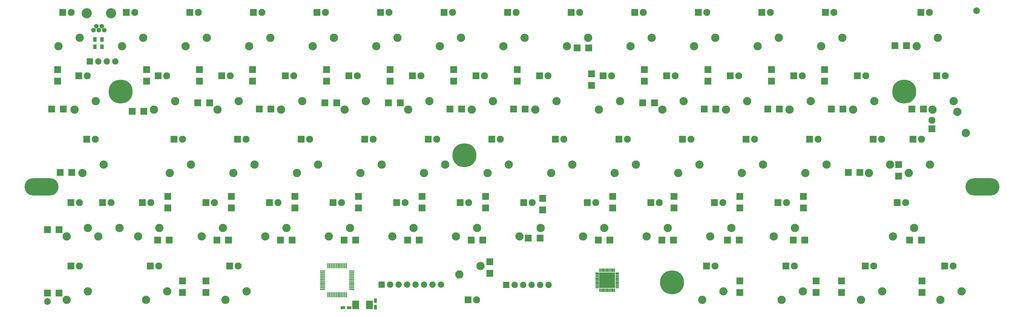
<source format=gbs>
G04 #@! TF.FileFunction,Soldermask,Bot*
%FSLAX46Y46*%
G04 Gerber Fmt 4.6, Leading zero omitted, Abs format (unit mm)*
G04 Created by KiCad (PCBNEW 4.0.5-e0-6337~49~ubuntu16.04.1) date Mon Jan 23 14:36:51 2017*
%MOMM*%
%LPD*%
G01*
G04 APERTURE LIST*
%ADD10C,0.150000*%
%ADD11C,2.489200*%
%ADD12C,2.108200*%
%ADD13R,2.108200X2.108200*%
%ADD14O,10.203180X5.204460*%
%ADD15C,7.203440*%
%ADD16C,7.204500*%
%ADD17C,2.000000*%
%ADD18R,2.003200X2.003200*%
%ADD19R,1.003200X0.403200*%
%ADD20R,0.403200X1.003200*%
%ADD21R,1.315700X1.315700*%
%ADD22R,1.103200X1.403200*%
%ADD23R,1.903200X1.903200*%
%ADD24O,1.903200X1.903200*%
%ADD25R,0.453200X1.503200*%
%ADD26R,1.503200X0.453200*%
%ADD27R,0.953200X1.403200*%
%ADD28R,1.403200X0.953200*%
%ADD29R,2.103200X2.603200*%
%ADD30C,1.409700*%
%ADD31C,3.053080*%
G04 APERTURE END LIST*
D10*
D11*
X318930020Y-136050020D03*
X325280020Y-133510020D03*
D12*
X194151250Y-155098750D03*
D13*
X191611250Y-155098750D03*
D14*
X345831200Y-121121200D03*
X63748900Y-121121200D03*
D15*
X322339900Y-92520800D03*
X252789400Y-149820700D03*
X190490000Y-111620000D03*
D16*
X87489300Y-92520800D03*
D17*
X343990000Y-68220000D03*
X65580000Y-155630000D03*
D18*
X68580000Y-89380000D03*
X68580000Y-85880000D03*
X95250000Y-89380000D03*
X95250000Y-85880000D03*
X111125000Y-89380000D03*
X111125000Y-85880000D03*
X127000000Y-89380000D03*
X127000000Y-85880000D03*
X149225000Y-89380000D03*
X149225000Y-85880000D03*
X168275000Y-89380000D03*
X168275000Y-85880000D03*
X187325000Y-89380000D03*
X187325000Y-85880000D03*
X206375000Y-89380000D03*
X206375000Y-85880000D03*
X227810000Y-79375000D03*
X224310000Y-79375000D03*
X244475000Y-89380000D03*
X244475000Y-85880000D03*
X263525000Y-89380000D03*
X263525000Y-85880000D03*
X282575000Y-89380000D03*
X282575000Y-85880000D03*
X298450000Y-89380000D03*
X298450000Y-85880000D03*
X319560000Y-78740000D03*
X323060000Y-78740000D03*
X66830000Y-97790000D03*
X70330000Y-97790000D03*
X90960000Y-98425000D03*
X94460000Y-98425000D03*
X110645000Y-95885000D03*
X114145000Y-95885000D03*
X129060000Y-97790000D03*
X132560000Y-97790000D03*
X148745000Y-95885000D03*
X152245000Y-95885000D03*
X167795000Y-95885000D03*
X171295000Y-95885000D03*
X186210000Y-97790000D03*
X189710000Y-97790000D03*
X205260000Y-97790000D03*
X208760000Y-97790000D03*
X228600000Y-87150000D03*
X228600000Y-90650000D03*
X243995000Y-95885000D03*
X247495000Y-95885000D03*
X262410000Y-97790000D03*
X265910000Y-97790000D03*
X281460000Y-97790000D03*
X284960000Y-97790000D03*
X300510000Y-97790000D03*
X304010000Y-97790000D03*
X324640000Y-97790000D03*
X328140000Y-97790000D03*
X69370000Y-116840000D03*
X72870000Y-116840000D03*
X101600000Y-127480000D03*
X101600000Y-123980000D03*
X120650000Y-127480000D03*
X120650000Y-123980000D03*
X139700000Y-127480000D03*
X139700000Y-123980000D03*
X158750000Y-127480000D03*
X158750000Y-123980000D03*
X177800000Y-127480000D03*
X177800000Y-123980000D03*
X196850000Y-127480000D03*
X196850000Y-123980000D03*
X213995000Y-128115000D03*
X213995000Y-124615000D03*
X234950000Y-127480000D03*
X234950000Y-123980000D03*
X253365000Y-127480000D03*
X253365000Y-123980000D03*
X273050000Y-127480000D03*
X273050000Y-123980000D03*
X292100000Y-127480000D03*
X292100000Y-123980000D03*
X305590000Y-116840000D03*
X309090000Y-116840000D03*
X320675000Y-114455000D03*
X320675000Y-117955000D03*
X102080000Y-137160000D03*
X98580000Y-137160000D03*
X119860000Y-137160000D03*
X116360000Y-137160000D03*
X138910000Y-137160000D03*
X135410000Y-137160000D03*
X157960000Y-137160000D03*
X154460000Y-137160000D03*
X177010000Y-137160000D03*
X173510000Y-137160000D03*
X196060000Y-137160000D03*
X192560000Y-137160000D03*
X213205000Y-136525000D03*
X209705000Y-136525000D03*
X234160000Y-137160000D03*
X230660000Y-137160000D03*
X253210000Y-137160000D03*
X249710000Y-137160000D03*
X272895000Y-137160000D03*
X269395000Y-137160000D03*
X292580000Y-137160000D03*
X289080000Y-137160000D03*
X327505000Y-137160000D03*
X324005000Y-137160000D03*
X65560000Y-133985000D03*
X69060000Y-133985000D03*
X65560000Y-153035000D03*
X69060000Y-153035000D03*
X106045000Y-149380000D03*
X106045000Y-152880000D03*
X113030000Y-149380000D03*
X113030000Y-152880000D03*
X198120000Y-143665000D03*
X198120000Y-147165000D03*
X273050000Y-149380000D03*
X273050000Y-152880000D03*
X295910000Y-149380000D03*
X295910000Y-152880000D03*
X303530000Y-149380000D03*
X303530000Y-152880000D03*
X327660000Y-149380000D03*
X327660000Y-152880000D03*
D11*
X80803750Y-136050020D03*
X87153750Y-133510020D03*
X323691250Y-117000020D03*
X330041250Y-114460020D03*
X340836250Y-104933750D03*
X338296250Y-98583750D03*
X326072500Y-78898750D03*
X332422500Y-76358750D03*
X333216250Y-155098750D03*
X339566250Y-152558750D03*
X309403750Y-155098750D03*
X315753750Y-152558750D03*
X285591250Y-155098750D03*
X291941250Y-152558750D03*
X261778750Y-155098750D03*
X268128750Y-152558750D03*
X118903750Y-155098750D03*
X125253750Y-152558750D03*
X95091250Y-155098750D03*
X101441250Y-152558750D03*
X71278750Y-155098750D03*
X77628750Y-152558750D03*
X283210000Y-136050020D03*
X289560000Y-133510020D03*
X264160000Y-136050020D03*
X270510000Y-133510020D03*
X245110000Y-136050020D03*
X251460000Y-133510020D03*
X226060000Y-136050020D03*
X232410000Y-133510020D03*
X207010000Y-136050020D03*
X213360000Y-133510020D03*
X187960000Y-136050020D03*
X194310000Y-133510020D03*
X168910000Y-136050020D03*
X175260000Y-133510020D03*
X149860000Y-136050020D03*
X156210000Y-133510020D03*
X130810000Y-136050020D03*
X137160000Y-133510020D03*
X111760000Y-136050020D03*
X118110000Y-133510020D03*
X92710000Y-136050020D03*
X99060000Y-133510020D03*
X71280020Y-136050020D03*
X77630020Y-133510020D03*
X311785000Y-117000020D03*
X318135000Y-114460020D03*
X292735000Y-117000020D03*
X299085000Y-114460020D03*
X273685000Y-117000020D03*
X280035000Y-114460020D03*
X254635000Y-117000020D03*
X260985000Y-114460020D03*
X235585000Y-117000020D03*
X241935000Y-114460020D03*
X216535000Y-117000020D03*
X222885000Y-114460020D03*
X197485000Y-117000020D03*
X203835000Y-114460020D03*
X178435000Y-117000020D03*
X184785000Y-114460020D03*
X159385000Y-117000020D03*
X165735000Y-114460020D03*
X140335000Y-117000020D03*
X146685000Y-114460020D03*
X121285000Y-117000020D03*
X127635000Y-114460020D03*
X102235000Y-117000020D03*
X108585000Y-114460020D03*
X76042520Y-117000020D03*
X82392520Y-114460020D03*
X330835000Y-97950020D03*
X337185000Y-95410020D03*
X307022500Y-97950020D03*
X313372500Y-95410020D03*
X287972500Y-97950020D03*
X294322500Y-95410020D03*
X268922500Y-97950020D03*
X275272500Y-95410020D03*
X249872500Y-97950020D03*
X256222500Y-95410020D03*
X230822500Y-97950020D03*
X237172500Y-95410020D03*
X211772500Y-97950020D03*
X218122500Y-95410020D03*
X192722500Y-97950020D03*
X199072500Y-95410020D03*
X173672500Y-97950020D03*
X180022500Y-95410020D03*
X154622500Y-97950020D03*
X160972500Y-95410020D03*
X135572500Y-97950020D03*
X141922500Y-95410020D03*
X116522500Y-97950020D03*
X122872500Y-95410020D03*
X97472500Y-97950020D03*
X103822500Y-95410020D03*
X73660000Y-97950020D03*
X80010000Y-95410020D03*
X297497500Y-78898750D03*
X303847500Y-76358750D03*
X278447500Y-78898750D03*
X284797500Y-76358750D03*
X259397500Y-78898750D03*
X265747500Y-76358750D03*
X240347500Y-78898750D03*
X246697500Y-76358750D03*
X221297500Y-78898750D03*
X227647500Y-76358750D03*
X202247500Y-78898750D03*
X208597500Y-76358750D03*
X183197500Y-78898750D03*
X189547500Y-76358750D03*
X145097500Y-78898750D03*
X151447500Y-76358750D03*
X126047500Y-78898750D03*
X132397500Y-76358750D03*
X106997500Y-78898750D03*
X113347500Y-76358750D03*
X87947500Y-78898750D03*
X94297500Y-76358750D03*
X68897500Y-78898750D03*
X75247500Y-76358750D03*
D12*
X337026250Y-144938750D03*
D13*
X334486250Y-144938750D03*
D12*
X322740020Y-125890020D03*
D13*
X320200020Y-125890020D03*
D12*
X327501250Y-106840020D03*
D13*
X324961250Y-106840020D03*
D12*
X330676250Y-101123750D03*
D13*
X330676250Y-103663750D03*
D12*
X334645000Y-87790020D03*
D13*
X332105000Y-87790020D03*
D12*
X329882500Y-68738750D03*
D13*
X327342500Y-68738750D03*
D12*
X313213750Y-144938750D03*
D13*
X310673750Y-144938750D03*
D12*
X315595000Y-106840020D03*
D13*
X313055000Y-106840020D03*
D12*
X310832500Y-87790020D03*
D13*
X308292500Y-87790020D03*
D12*
X301307500Y-68738750D03*
D13*
X298767500Y-68738750D03*
D12*
X289401250Y-144938750D03*
D13*
X286861250Y-144938750D03*
D12*
X287020000Y-125890020D03*
D13*
X284480000Y-125890020D03*
D12*
X296545000Y-106840020D03*
D13*
X294005000Y-106840020D03*
D12*
X291782500Y-87790020D03*
D13*
X289242500Y-87790020D03*
D12*
X282257500Y-68738750D03*
D13*
X279717500Y-68738750D03*
D12*
X265588750Y-144938750D03*
D13*
X263048750Y-144938750D03*
D12*
X267970000Y-125890020D03*
D13*
X265430000Y-125890020D03*
D12*
X277495000Y-106840020D03*
D13*
X274955000Y-106840020D03*
D12*
X272732500Y-87790020D03*
D13*
X270192500Y-87790020D03*
D12*
X263207500Y-68738750D03*
D13*
X260667500Y-68738750D03*
D12*
X248920000Y-125890020D03*
D13*
X246380000Y-125890020D03*
D12*
X258445000Y-106840020D03*
D13*
X255905000Y-106840020D03*
D12*
X253682500Y-87790020D03*
D13*
X251142500Y-87790020D03*
D12*
X244157500Y-68738750D03*
D13*
X241617500Y-68738750D03*
D12*
X229870000Y-125890020D03*
D13*
X227330000Y-125890020D03*
D12*
X239395000Y-106840020D03*
D13*
X236855000Y-106840020D03*
D12*
X234632500Y-87790020D03*
D13*
X232092500Y-87790020D03*
D12*
X225107500Y-68738750D03*
D13*
X222567500Y-68738750D03*
D12*
X210820000Y-125890020D03*
D13*
X208280000Y-125890020D03*
D12*
X220345000Y-106840020D03*
D13*
X217805000Y-106840020D03*
D12*
X215582500Y-87790020D03*
D13*
X213042500Y-87790020D03*
D12*
X206057500Y-68738750D03*
D13*
X203517500Y-68738750D03*
D12*
X191770000Y-125890020D03*
D13*
X189230000Y-125890020D03*
D12*
X201295000Y-106840020D03*
D13*
X198755000Y-106840020D03*
D12*
X196532500Y-87790020D03*
D13*
X193992500Y-87790020D03*
D12*
X187007500Y-68738750D03*
D13*
X184467500Y-68738750D03*
D12*
X172720000Y-125890020D03*
D13*
X170180000Y-125890020D03*
D12*
X182245000Y-106840020D03*
D13*
X179705000Y-106840020D03*
D12*
X177482500Y-87790020D03*
D13*
X174942500Y-87790020D03*
D12*
X167957500Y-68738750D03*
D13*
X165417500Y-68738750D03*
D12*
X153670000Y-125890020D03*
D13*
X151130000Y-125890020D03*
D12*
X163195000Y-106840020D03*
D13*
X160655000Y-106840020D03*
D12*
X158432500Y-87790020D03*
D13*
X155892500Y-87790020D03*
D12*
X148907500Y-68738750D03*
D13*
X146367500Y-68738750D03*
D12*
X134620000Y-125890020D03*
D13*
X132080000Y-125890020D03*
D12*
X144145000Y-106840020D03*
D13*
X141605000Y-106840020D03*
D12*
X139382500Y-87790020D03*
D13*
X136842500Y-87790020D03*
D12*
X129857500Y-68738750D03*
D13*
X127317500Y-68738750D03*
D12*
X122713750Y-144938750D03*
D13*
X120173750Y-144938750D03*
D12*
X115570000Y-125890020D03*
D13*
X113030000Y-125890020D03*
D12*
X125095000Y-106840020D03*
D13*
X122555000Y-106840020D03*
D12*
X120332500Y-87790020D03*
D13*
X117792500Y-87790020D03*
D12*
X110807500Y-68738750D03*
D13*
X108267500Y-68738750D03*
D12*
X98901250Y-144938750D03*
D13*
X96361250Y-144938750D03*
D12*
X96520000Y-125890020D03*
D13*
X93980000Y-125890020D03*
D12*
X106045000Y-106840020D03*
D13*
X103505000Y-106840020D03*
D12*
X101282500Y-87790020D03*
D13*
X98742500Y-87790020D03*
D12*
X91757500Y-68738750D03*
D13*
X89217500Y-68738750D03*
D12*
X75088750Y-144938750D03*
D13*
X72548750Y-144938750D03*
D12*
X84613750Y-125890020D03*
D13*
X82073750Y-125890020D03*
D12*
X75090020Y-125890020D03*
D13*
X72550020Y-125890020D03*
D12*
X77470000Y-87790020D03*
D13*
X74930000Y-87790020D03*
D12*
X72707500Y-68738750D03*
D13*
X70167500Y-68738750D03*
D11*
X164147500Y-78898750D03*
X170497500Y-76358750D03*
D12*
X79883000Y-106807000D03*
D13*
X77343000Y-106807000D03*
D19*
X230299000Y-151425000D03*
X230299000Y-151025000D03*
X230299000Y-150625000D03*
X230299000Y-150225000D03*
X230299000Y-149825000D03*
X230299000Y-149425000D03*
X230299000Y-149025000D03*
X230299000Y-148625000D03*
X230299000Y-148225000D03*
X230299000Y-147825000D03*
X230299000Y-147425000D03*
X230299000Y-147025000D03*
D20*
X231099000Y-146225000D03*
X231499000Y-146225000D03*
X231899000Y-146225000D03*
X232299000Y-146225000D03*
X232699000Y-146225000D03*
X233099000Y-146225000D03*
X233499000Y-146225000D03*
X233899000Y-146225000D03*
X234299000Y-146225000D03*
X234699000Y-146225000D03*
X235099000Y-146225000D03*
X235499000Y-146225000D03*
D19*
X236299000Y-147025000D03*
X236299000Y-147425000D03*
X236299000Y-147825000D03*
X236299000Y-148225000D03*
X236299000Y-148625000D03*
X236299000Y-149025000D03*
X236299000Y-149425000D03*
X236299000Y-149825000D03*
X236299000Y-150225000D03*
X236299000Y-150625000D03*
X236299000Y-151025000D03*
X236299000Y-151425000D03*
D20*
X235499000Y-152225000D03*
X235099000Y-152225000D03*
X234699000Y-152225000D03*
X234299000Y-152225000D03*
X233899000Y-152225000D03*
X233499000Y-152225000D03*
X233099000Y-152225000D03*
X232699000Y-152225000D03*
X232299000Y-152225000D03*
X231899000Y-152225000D03*
X231499000Y-152225000D03*
X231099000Y-152225000D03*
D21*
X234967750Y-147556250D03*
X234967750Y-148668750D03*
X234967750Y-149781250D03*
X234967750Y-150893750D03*
X233855250Y-147556250D03*
X233855250Y-148668750D03*
X233855250Y-149781250D03*
X233855250Y-150893750D03*
X232742750Y-147556250D03*
X232742750Y-148668750D03*
X232742750Y-149781250D03*
X232742750Y-150893750D03*
X231630250Y-147556250D03*
X231630250Y-148668750D03*
X231630250Y-149781250D03*
X231630250Y-150893750D03*
D11*
X195326000Y-144907000D03*
X188976000Y-147447000D03*
D22*
X79756000Y-79078000D03*
X79756000Y-76878000D03*
X81915000Y-79078000D03*
X81915000Y-76878000D03*
D23*
X78232000Y-83439000D03*
D24*
X80772000Y-83439000D03*
X83312000Y-83439000D03*
X85852000Y-83439000D03*
D25*
X155150000Y-153575000D03*
X154650000Y-153575000D03*
X154150000Y-153575000D03*
X153650000Y-153575000D03*
X153150000Y-153575000D03*
X152650000Y-153575000D03*
X152150000Y-153575000D03*
X151650000Y-153575000D03*
X151150000Y-153575000D03*
X150650000Y-153575000D03*
X150150000Y-153575000D03*
X149650000Y-153575000D03*
D26*
X148050000Y-151975000D03*
X148050000Y-151475000D03*
X148050000Y-150975000D03*
X148050000Y-150475000D03*
X148050000Y-149975000D03*
X148050000Y-149475000D03*
X148050000Y-148975000D03*
X148050000Y-148475000D03*
X148050000Y-147975000D03*
X148050000Y-147475000D03*
X148050000Y-146975000D03*
X148050000Y-146475000D03*
D25*
X149650000Y-144875000D03*
X150150000Y-144875000D03*
X150650000Y-144875000D03*
X151150000Y-144875000D03*
X151650000Y-144875000D03*
X152150000Y-144875000D03*
X152650000Y-144875000D03*
X153150000Y-144875000D03*
X153650000Y-144875000D03*
X154150000Y-144875000D03*
X154650000Y-144875000D03*
X155150000Y-144875000D03*
D26*
X156750000Y-146475000D03*
X156750000Y-146975000D03*
X156750000Y-147475000D03*
X156750000Y-147975000D03*
X156750000Y-148475000D03*
X156750000Y-148975000D03*
X156750000Y-149475000D03*
X156750000Y-149975000D03*
X156750000Y-150475000D03*
X156750000Y-150975000D03*
X156750000Y-151475000D03*
X156750000Y-151975000D03*
D23*
X165735000Y-150495000D03*
D24*
X168275000Y-150495000D03*
X170815000Y-150495000D03*
X173355000Y-150495000D03*
X175895000Y-150495000D03*
X178435000Y-150495000D03*
X180975000Y-150495000D03*
X183515000Y-150495000D03*
D23*
X203073000Y-150622000D03*
D24*
X205613000Y-150622000D03*
X208153000Y-150622000D03*
X210693000Y-150622000D03*
X213233000Y-150622000D03*
X215773000Y-150622000D03*
D27*
X163830000Y-155387000D03*
X163830000Y-157287000D03*
D28*
X156017000Y-157480000D03*
X154117000Y-157480000D03*
D29*
X157970000Y-156591000D03*
X162070000Y-156591000D03*
D30*
X81000000Y-74097780D03*
X80202440Y-72898900D03*
X82597660Y-74097780D03*
X81797560Y-72898900D03*
D31*
X84649980Y-69000000D03*
X77350020Y-69000000D03*
D30*
X79402340Y-74097780D03*
M02*

</source>
